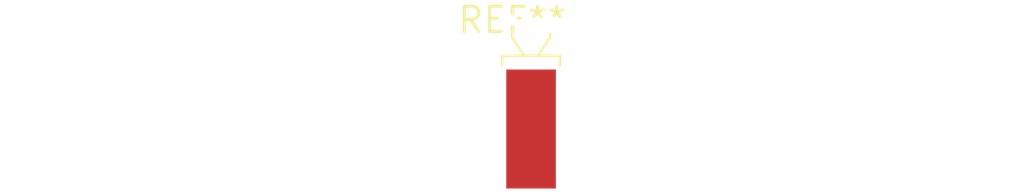
<source format=kicad_pcb>
(kicad_pcb (version 20240108) (generator pcbnew)
  (layers (0 "F.Cu" signal) (31 "B.Cu" signal) (34 "B.Paste" user) (35 "F.Paste" user) (36 "B.SilkS" user "B.Silkscreen") (37 "F.SilkS" user "F.Silkscreen") (38 "B.Mask" user) (39 "F.Mask" user) (44 "Edge.Cuts" user))
  (net 0 "")
  (footprint "Crystal_DS26_D2.0mm_L6.0mm_Horizontal_1EP_style1" (layer "F.Cu") (at 0 0)
    (property "Reference" "REF**")
    (property "Value" "Crystal_DS26_D2.0mm_L6.0mm_Horizontal_1EP_style1")
    (fp_line (start -0.5 1.8) (end 2.4 1.8) (layer "F.SilkS") (stroke (width 0.12)))
    (fp_line (start -0.5 2.3) (end -0.5 1.8) (layer "F.SilkS") (stroke (width 0.12)))
    (fp_line (start 0 0.9) (end 0 0.7) (layer "F.SilkS") (stroke (width 0.12)))
    (fp_line (start 0.6 1.8) (end 0 0.9) (layer "F.SilkS") (stroke (width 0.12)))
    (fp_line (start 1.3 1.8) (end 1.9 0.9) (layer "F.SilkS") (stroke (width 0.12)))
    (fp_line (start 1.9 0.9) (end 1.9 0.7) (layer "F.SilkS") (stroke (width 0.12)))
    (fp_line (start 2.4 1.8) (end 2.4 2.3) (layer "F.SilkS") (stroke (width 0.12)))
    (pad "1" thru_hole circle (at 0 0) (size 1 1) (drill 0.5) (layers *.Cu *.Mask) (remove_unused_layers))
    (pad "2" thru_hole circle (at 1.9 0) (size 1 1) (drill 0.5) (layers *.Cu *.Mask) (remove_unused_layers))
    (pad "3" smd rect (at 0.95 5.5) (size 2.5 6) (layers "F.Cu" "F.Paste" "F.Mask"))
  )
)
</source>
